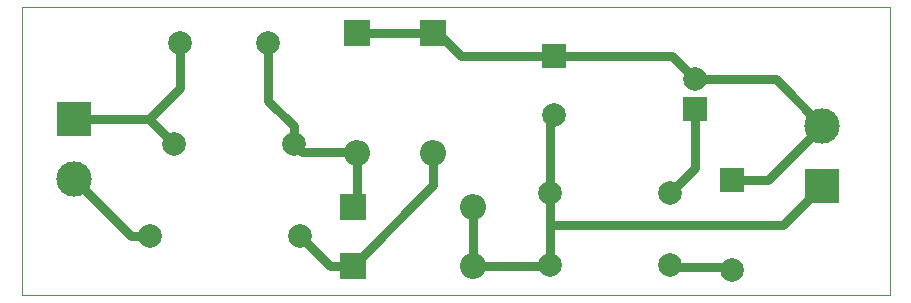
<source format=gbr>
%TF.GenerationSoftware,KiCad,Pcbnew,8.0.5*%
%TF.CreationDate,2024-12-10T21:25:39+03:00*%
%TF.ProjectId,Capacitive_Power_Supply,43617061-6369-4746-9976-655f506f7765,rev?*%
%TF.SameCoordinates,Original*%
%TF.FileFunction,Copper,L1,Top*%
%TF.FilePolarity,Positive*%
%FSLAX46Y46*%
G04 Gerber Fmt 4.6, Leading zero omitted, Abs format (unit mm)*
G04 Created by KiCad (PCBNEW 8.0.5) date 2024-12-10 21:25:39*
%MOMM*%
%LPD*%
G01*
G04 APERTURE LIST*
%TA.AperFunction,ComponentPad*%
%ADD10C,2.000000*%
%TD*%
%TA.AperFunction,ComponentPad*%
%ADD11R,2.200000X2.200000*%
%TD*%
%TA.AperFunction,ComponentPad*%
%ADD12O,2.200000X2.200000*%
%TD*%
%TA.AperFunction,ComponentPad*%
%ADD13R,3.000000X3.000000*%
%TD*%
%TA.AperFunction,ComponentPad*%
%ADD14C,3.000000*%
%TD*%
%TA.AperFunction,ComponentPad*%
%ADD15R,2.000000X2.000000*%
%TD*%
%TA.AperFunction,Conductor*%
%ADD16C,0.800000*%
%TD*%
%TA.AperFunction,Profile*%
%ADD17C,0.050000*%
%TD*%
G04 APERTURE END LIST*
D10*
%TO.P,R3,1*%
%TO.N,Net-(D2-K)*%
X127170000Y-98500000D03*
%TO.P,R3,2*%
%TO.N,Net-(J1-Pin_2)*%
X114470000Y-98500000D03*
%TD*%
D11*
%TO.P,D2,1,K*%
%TO.N,Net-(D2-K)*%
X131610000Y-101040000D03*
D12*
%TO.P,D2,2,A*%
%TO.N,Net-(D2-A)*%
X141770000Y-101040000D03*
%TD*%
D13*
%TO.P,J1,1,Pin_1*%
%TO.N,Net-(J1-Pin_1)*%
X108060000Y-88620000D03*
D14*
%TO.P,J1,2,Pin_2*%
%TO.N,Net-(J1-Pin_2)*%
X108060000Y-93700000D03*
%TD*%
D15*
%TO.P,D5,1,K*%
%TO.N,Net-(D5-K)*%
X160590000Y-87745000D03*
D10*
%TO.P,D5,2,A*%
%TO.N,Net-(D1-K)*%
X160590000Y-85205000D03*
%TD*%
D13*
%TO.P,J2,1,Pin_1*%
%TO.N,Net-(D2-A)*%
X171390000Y-94240000D03*
D14*
%TO.P,J2,2,Pin_2*%
%TO.N,Net-(D1-K)*%
X171390000Y-89160000D03*
%TD*%
D10*
%TO.P,R2,1*%
%TO.N,Net-(D2-A)*%
X148320000Y-94850000D03*
%TO.P,R2,2*%
%TO.N,Net-(D5-K)*%
X158480000Y-94850000D03*
%TD*%
D11*
%TO.P,D1,1,K*%
%TO.N,Net-(D1-K)*%
X131960000Y-81290000D03*
D12*
%TO.P,D1,2,A*%
%TO.N,Net-(D1-A)*%
X131960000Y-91450000D03*
%TD*%
D11*
%TO.P,D4,1,K*%
%TO.N,Net-(D1-K)*%
X138450000Y-81290000D03*
D12*
%TO.P,D4,2,A*%
%TO.N,Net-(D2-K)*%
X138450000Y-91450000D03*
%TD*%
D10*
%TO.P,R1,1*%
%TO.N,Net-(J1-Pin_1)*%
X116450000Y-90710000D03*
%TO.P,R1,2*%
%TO.N,Net-(D1-A)*%
X126610000Y-90710000D03*
%TD*%
%TO.P,R4,1*%
%TO.N,Net-(D2-A)*%
X148320000Y-100990000D03*
%TO.P,R4,2*%
%TO.N,Net-(D6-A)*%
X158480000Y-100990000D03*
%TD*%
D15*
%TO.P,C2,1*%
%TO.N,Net-(D1-K)*%
X148630000Y-83252323D03*
D10*
%TO.P,C2,2*%
%TO.N,Net-(D2-A)*%
X148630000Y-88252323D03*
%TD*%
%TO.P,C1,1*%
%TO.N,Net-(D1-A)*%
X124460000Y-82180000D03*
%TO.P,C1,2*%
%TO.N,Net-(J1-Pin_1)*%
X116960000Y-82180000D03*
%TD*%
D11*
%TO.P,D3,1,K*%
%TO.N,Net-(D1-A)*%
X131610000Y-96080000D03*
D12*
%TO.P,D3,2,A*%
%TO.N,Net-(D2-A)*%
X141770000Y-96080000D03*
%TD*%
D15*
%TO.P,D6,1,K*%
%TO.N,Net-(D1-K)*%
X163730000Y-93810000D03*
D10*
%TO.P,D6,2,A*%
%TO.N,Net-(D6-A)*%
X163730000Y-101430000D03*
%TD*%
D16*
%TO.N,Net-(D1-A)*%
X131910000Y-91400000D02*
X131960000Y-91450000D01*
X126610000Y-89220000D02*
X126610000Y-90710000D01*
X126610000Y-90710000D02*
X127300000Y-91400000D01*
X124460000Y-87070000D02*
X126610000Y-89220000D01*
X131960000Y-95730000D02*
X131610000Y-96080000D01*
X127300000Y-91400000D02*
X131910000Y-91400000D01*
X131960000Y-91450000D02*
X131960000Y-95730000D01*
X124460000Y-82180000D02*
X124460000Y-87070000D01*
%TO.N,Net-(D1-K)*%
X138450000Y-81290000D02*
X138810000Y-81290000D01*
X158637323Y-83252323D02*
X160590000Y-85205000D01*
X131960000Y-81290000D02*
X138450000Y-81290000D01*
X167435000Y-85205000D02*
X171390000Y-89160000D01*
X148630000Y-83252323D02*
X158637323Y-83252323D01*
X160590000Y-85205000D02*
X167435000Y-85205000D01*
X163730000Y-93810000D02*
X166740000Y-93810000D01*
X166740000Y-93810000D02*
X171390000Y-89160000D01*
X140772323Y-83252323D02*
X148630000Y-83252323D01*
X138810000Y-81290000D02*
X140772323Y-83252323D01*
%TO.N,Net-(D2-K)*%
X138450000Y-94200000D02*
X131610000Y-101040000D01*
X127170000Y-98500000D02*
X129710000Y-101040000D01*
X129710000Y-101040000D02*
X131610000Y-101040000D01*
X131380000Y-101270000D02*
X131610000Y-101040000D01*
X138450000Y-91450000D02*
X138450000Y-94200000D01*
%TO.N,Net-(D2-A)*%
X141770000Y-101040000D02*
X148270000Y-101040000D01*
X148320000Y-97580000D02*
X168050000Y-97580000D01*
X148360000Y-88522323D02*
X148360000Y-94810000D01*
X168050000Y-97580000D02*
X171390000Y-94240000D01*
X148270000Y-101040000D02*
X148320000Y-100990000D01*
X148320000Y-94850000D02*
X148320000Y-100990000D01*
X148630000Y-88252323D02*
X148360000Y-88522323D01*
X148360000Y-94810000D02*
X148320000Y-94850000D01*
X141770000Y-96080000D02*
X141770000Y-101040000D01*
X148320000Y-94850000D02*
X148320000Y-97580000D01*
%TO.N,Net-(D5-K)*%
X160590000Y-92740000D02*
X158480000Y-94850000D01*
X160590000Y-87745000D02*
X160590000Y-92740000D01*
%TO.N,Net-(J1-Pin_1)*%
X114360000Y-88620000D02*
X116450000Y-90710000D01*
X116960000Y-82180000D02*
X116960000Y-86020000D01*
X108060000Y-88620000D02*
X114360000Y-88620000D01*
X116960000Y-86020000D02*
X114360000Y-88620000D01*
%TO.N,Net-(D6-A)*%
X163470000Y-101170000D02*
X158660000Y-101170000D01*
X158660000Y-101170000D02*
X158480000Y-100990000D01*
X163730000Y-101430000D02*
X163470000Y-101170000D01*
%TO.N,Net-(J1-Pin_2)*%
X108060000Y-93700000D02*
X112860000Y-98500000D01*
X112860000Y-98500000D02*
X114470000Y-98500000D01*
%TD*%
D17*
X103620000Y-79140000D02*
X177070000Y-79140000D01*
X177070000Y-103550000D01*
X103620000Y-103550000D01*
X103620000Y-79140000D01*
M02*

</source>
